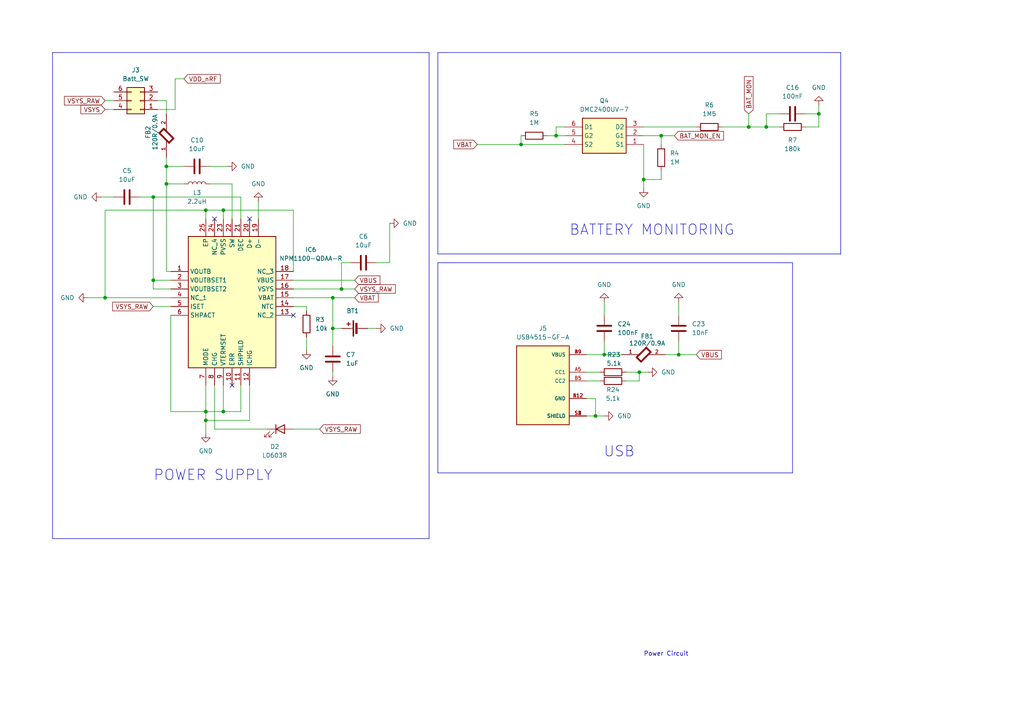
<source format=kicad_sch>
(kicad_sch (version 20231120) (generator "eeschema") (generator_version "8.0")
  (paper "A4")
  (lib_symbols
    (symbol "Connector_Generic:Conn_02x03_Top_Bottom" (pin_names (offset 1.016) hide)
      (property "Reference" "J" (at 1.27 5.08 0))
      (property "Value" "Conn_02x03_Top_Bottom" (at 1.27 -5.08 0))
      (symbol "Conn_02x03_Top_Bottom_1_1"
        (rectangle (start -1.27 -2.413) (end 0 -2.667) (stroke (width 0.1524)))
        (rectangle (start -1.27 0.127) (end 0 -0.127) (stroke (width 0.1524)))
        (rectangle (start -1.27 2.667) (end 0 2.413) (stroke (width 0.1524)))
        (rectangle (start -1.27 3.81) (end 3.81 -3.81) (stroke (width 0.254)) (fill (type background)))
        (rectangle (start 3.81 -2.413) (end 2.54 -2.667) (stroke (width 0.1524)))
        (rectangle (start 3.81 0.127) (end 2.54 -0.127) (stroke (width 0.1524)))
        (rectangle (start 3.81 2.667) (end 2.54 2.413) (stroke (width 0.1524)))
        (pin passive line (at -5.08 2.54 0) (length 3.81) (name "Pin_1") (number "1"))
        (pin passive line (at -5.08 0 0) (length 3.81) (name "Pin_2") (number "2"))
        (pin passive line (at -5.08 -2.54 0) (length 3.81) (name "Pin_3") (number "3"))
        (pin passive line (at 7.62 2.54 180) (length 3.81) (name "Pin_4") (number "4"))
        (pin passive line (at 7.62 0 180) (length 3.81) (name "Pin_5") (number "5"))
        (pin passive line (at 7.62 -2.54 180) (length 3.81) (name "Pin_6") (number "6"))
      )
    )
    (symbol "DMC2400UV:DMC2400UV"
      (property "Reference" "Q" (at 19.05 7.62 0))
      (property "Value" "DMC2400UV" (at 19.05 5.08 0))
      (symbol "DMC2400UV_1_1"
        (rectangle (start 5.08 2.54) (end 17.78 -7.62) (stroke (width 0.254)) (fill (type background)))
        (pin passive line (at 0 0 0) (length 5.08) (name "S1") (number "1"))
        (pin passive line (at 0 -2.54 0) (length 5.08) (name "G1") (number "2"))
        (pin passive line (at 0 -5.08 0) (length 5.08) (name "D2") (number "3"))
        (pin passive line (at 22.86 0 180) (length 5.08) (name "S2") (number "4"))
        (pin passive line (at 22.86 -2.54 180) (length 5.08) (name "G2") (number "5"))
        (pin passive line (at 22.86 -5.08 180) (length 5.08) (name "D1") (number "6"))
      )
    )
    (symbol "Device:Battery_Cell" (pin_numbers hide) (pin_names (offset 0) hide)
      (property "Reference" "BT" (at 2.54 2.54 0))
      (property "Value" "Battery_Cell" (at 2.54 0 0))
      (symbol "Battery_Cell_0_1"
        (rectangle (start -2.286 1.778) (end 2.286 1.524) (fill (type outline)))
        (rectangle (start -1.524 1.016) (end 1.524 0.508) (fill (type outline)))
        (polyline (pts (xy 0 0.762) (xy 0 0)))
        (polyline (pts (xy 0 1.778) (xy 0 2.54)))
        (polyline (pts (xy 0.762 3.048) (xy 1.778 3.048)) (stroke (width 0.254)))
        (polyline (pts (xy 1.27 3.556) (xy 1.27 2.54)) (stroke (width 0.254)))
      )
      (symbol "Battery_Cell_1_1"
        (pin passive line (at 0 5.08 270) (length 2.54) (name "+") (number "1"))
        (pin passive line (at 0 -2.54 90) (length 2.54) (name "-") (number "2"))
      )
    )
    (symbol "Device:C" (pin_numbers hide) (pin_names (offset 0.254))
      (property "Reference" "C" (at 0.635 2.54 0))
      (property "Value" "C" (at 0.635 -2.54 0))
      (symbol "C_0_1"
        (polyline (pts (xy -2.032 -0.762) (xy 2.032 -0.762)) (stroke (width 0.508)))
        (polyline (pts (xy -2.032 0.762) (xy 2.032 0.762)) (stroke (width 0.508)))
      )
      (symbol "C_1_1"
        (pin passive line (at 0 3.81 270) (length 2.794) (name "~") (number "1"))
        (pin passive line (at 0 -3.81 90) (length 2.794) (name "~") (number "2"))
      )
    )
    (symbol "Device:L" (pin_numbers hide) (pin_names (offset 1.016) hide)
      (property "Reference" "L" (at -1.27 0 90))
      (property "Value" "L" (at 1.905 0 90))
      (symbol "L_0_1"
        (arc (start 0 -2.54) (mid 0.6323 -1.905) (end 0 -1.27))
        (arc (start 0 -1.27) (mid 0.6323 -0.635) (end 0 0))
        (arc (start 0 0) (mid 0.6323 0.635) (end 0 1.27))
        (arc (start 0 1.27) (mid 0.6323 1.905) (end 0 2.54))
      )
      (symbol "L_1_1"
        (pin passive line (at 0 3.81 270) (length 1.27) (name "1") (number "1"))
        (pin passive line (at 0 -3.81 90) (length 1.27) (name "2") (number "2"))
      )
    )
    (symbol "Device:LED" (pin_numbers hide) (pin_names (offset 1.016) hide)
      (property "Reference" "D" (at 0 2.54 0))
      (property "Value" "LED" (at 0 -2.54 0))
      (symbol "LED_0_1"
        (polyline (pts (xy -1.27 -1.27) (xy -1.27 1.27)) (stroke (width 0.254)))
        (polyline (pts (xy -1.27 0) (xy 1.27 0)))
        (polyline (pts (xy 1.27 -1.27) (xy 1.27 1.27) (xy -1.27 0) (xy 1.27 -1.27)) (stroke (width 0.254)))
        (polyline (pts (xy -3.048 -0.762) (xy -4.572 -2.286) (xy -3.81 -2.286) (xy -4.572 -2.286) (xy -4.572 -1.524)))
        (polyline (pts (xy -1.778 -0.762) (xy -3.302 -2.286) (xy -2.54 -2.286) (xy -3.302 -2.286) (xy -3.302 -1.524)))
      )
      (symbol "LED_1_1"
        (pin passive line (at -3.81 0 0) (length 2.54) (name "K") (number "1"))
        (pin passive line (at 3.81 0 180) (length 2.54) (name "A") (number "2"))
      )
    )
    (symbol "Device:R" (pin_numbers hide) (pin_names (offset 0))
      (property "Reference" "R" (at 2.032 0 90))
      (property "Value" "R" (at 0 0 90))
      (symbol "R_0_1"
        (rectangle (start -1.016 -2.54) (end 1.016 2.54) (stroke (width 0.254)))
      )
      (symbol "R_1_1"
        (pin passive line (at 0 3.81 270) (length 1.27) (name "~") (number "1"))
        (pin passive line (at 0 -3.81 90) (length 1.27) (name "~") (number "2"))
      )
    )
    (symbol "GND_1" (power) (pin_numbers hide) (pin_names (offset 0) hide)
      (property "Value" "GND" (at 0 -3.81 0))
      (symbol "GND_1_0_1"
        (polyline (pts (xy 0 0) (xy 0 -1.27) (xy 1.27 -1.27) (xy 0 -2.54) (xy -1.27 -1.27) (xy 0 -1.27)))
      )
      (symbol "GND_1_1_1"
        (pin power_in line (at 0 0 270) (length 0) (name "~") (number "1"))
      )
    )
    (symbol "MURATA_BLM15PE121SH1D:MURATA_BLM15PE121SH1D" (pin_names (offset 1.016))
      (property "Reference" "FB1" (at 7.366 0.254 0))
      (property "Value" "120R/0.9A" (at 7.366 -1.778 0))
      (symbol "MURATA_BLM15PE121SH1D_0_0"
        (polyline (pts (xy 4.318 -5.842) (xy 7.112 -3.048)) (stroke (width 0.508)))
        (polyline (pts (xy 5.08 -5.08) (xy 5.08 -5.08)) (stroke (width 0.15)))
        (polyline (pts (xy 5.588 -7.112) (xy 4.318 -5.842)) (stroke (width 0.508)))
        (polyline (pts (xy 5.588 -7.112) (xy 8.382 -4.318)) (stroke (width 0.508)))
        (polyline (pts (xy 7.112 -3.048) (xy 8.382 -4.318)) (stroke (width 0.508)))
        (polyline (pts (xy 7.62 -5.08) (xy 7.62 -5.08)) (stroke (width 0.15)))
        (pin passive line (at 0 -5.08 0) (length 5.08) (name "~") (number "1"))
        (pin passive line (at 12.7 -5.08 180) (length 5.08) (name "~") (number "2"))
      )
    )
    (symbol "NPM1100-QDAA-R:NPM1100-QDAA-R"
      (property "Reference" "IC" (at 31.75 15.24 0))
      (property "Value" "NPM1100-QDAA-R" (at 31.75 12.7 0))
      (symbol "NPM1100-QDAA-R_1_1"
        (rectangle (start 5.08 10.16) (end 30.48 -27.94) (stroke (width 0.254)) (fill (type background)))
        (pin passive line (at 0 0 0) (length 5.08) (name "VOUTB") (number "1"))
        (pin passive line (at 17.78 -33.02 90) (length 5.08) (name "ERR") (number "10"))
        (pin passive line (at 20.32 -33.02 90) (length 5.08) (name "SHPHLD") (number "11"))
        (pin passive line (at 22.86 -33.02 90) (length 5.08) (name "ICHG") (number "12"))
        (pin passive line (at 35.56 -12.7 180) (length 5.08) (name "NC_2") (number "13"))
        (pin passive line (at 35.56 -10.16 180) (length 5.08) (name "NTC") (number "14"))
        (pin passive line (at 35.56 -7.62 180) (length 5.08) (name "VBAT") (number "15"))
        (pin passive line (at 35.56 -5.08 180) (length 5.08) (name "VSYS") (number "16"))
        (pin passive line (at 35.56 -2.54 180) (length 5.08) (name "VBUS") (number "17"))
        (pin passive line (at 35.56 0 180) (length 5.08) (name "NC_3") (number "18"))
        (pin passive line (at 25.4 15.24 270) (length 5.08) (name "D-") (number "19"))
        (pin passive line (at 0 -2.54 0) (length 5.08) (name "VOUTBSET1") (number "2"))
        (pin passive line (at 22.86 15.24 270) (length 5.08) (name "D+") (number "20"))
        (pin passive line (at 20.32 15.24 270) (length 5.08) (name "DEC") (number "21"))
        (pin passive line (at 17.78 15.24 270) (length 5.08) (name "SW") (number "22"))
        (pin passive line (at 15.24 15.24 270) (length 5.08) (name "PVSS") (number "23"))
        (pin passive line (at 12.7 15.24 270) (length 5.08) (name "NC_4") (number "24"))
        (pin passive line (at 10.16 15.24 270) (length 5.08) (name "EP") (number "25"))
        (pin passive line (at 0 -5.08 0) (length 5.08) (name "VOUTBSET2") (number "3"))
        (pin passive line (at 0 -7.62 0) (length 5.08) (name "NC_1") (number "4"))
        (pin passive line (at 0 -10.16 0) (length 5.08) (name "ISET") (number "5"))
        (pin passive line (at 0 -12.7 0) (length 5.08) (name "SHPACT") (number "6"))
        (pin passive line (at 10.16 -33.02 90) (length 5.08) (name "MODE") (number "7"))
        (pin passive line (at 12.7 -33.02 90) (length 5.08) (name "CHG") (number "8"))
        (pin passive line (at 15.24 -33.02 90) (length 5.08) (name "VTERMSET") (number "9"))
      )
    )
    (symbol "USB4515-GF-A_REVA:USB4515-GF-A_REVA" (pin_names (offset 1.016))
      (property "Reference" "J" (at -7.62 10.922 0))
      (property "Value" "USB4515-GF-A_REVA" (at -7.62 -13.462 0))
      (symbol "USB4515-GF-A_REVA_0_0"
        (rectangle (start -7.62 -12.7) (end 7.62 10.16) (stroke (width 0.254)) (fill (type background)))
        (pin power_in line (at 12.7 -5.08 180) (length 5.08) (name "GND") (number "A12"))
        (pin passive line (at 12.7 2.54 180) (length 5.08) (name "CC1") (number "A5"))
        (pin power_in line (at 12.7 7.62 180) (length 5.08) (name "VBUS") (number "A9"))
        (pin power_in line (at 12.7 -5.08 180) (length 5.08) (name "GND") (number "B12"))
        (pin passive line (at 12.7 0 180) (length 5.08) (name "CC2") (number "B5"))
        (pin power_in line (at 12.7 7.62 180) (length 5.08) (name "VBUS") (number "B9"))
        (pin power_in line (at 12.7 -10.16 180) (length 5.08) (name "SHIELD") (number "S1"))
        (pin power_in line (at 12.7 -10.16 180) (length 5.08) (name "SHIELD") (number "S2"))
        (pin power_in line (at 12.7 -10.16 180) (length 5.08) (name "SHIELD") (number "S3"))
        (pin power_in line (at 12.7 -10.16 180) (length 5.08) (name "SHIELD") (number "S4"))
      )
    )
  )
  (junction (at 99.06 83.82))
  (junction (at 172.72 120.65))
  (junction (at 237.49 33.02))
  (junction (at 175.26 102.87))
  (junction (at 48.26 48.26))
  (junction (at 161.29 39.37))
  (junction (at 44.45 81.28))
  (junction (at 64.77 60.96))
  (junction (at 186.69 52.07))
  (junction (at 59.69 60.96))
  (junction (at 44.45 57.15))
  (junction (at 191.77 39.37))
  (junction (at 59.69 121.92))
  (junction (at 96.52 86.36))
  (junction (at 217.17 36.83))
  (junction (at 48.26 53.34))
  (junction (at 30.48 86.36))
  (junction (at 64.77 119.38))
  (junction (at 151.13 41.91))
  (junction (at 59.69 119.38))
  (junction (at 96.52 95.25))
  (junction (at 185.42 107.95))
  (junction (at 196.85 102.87))
  (junction (at 222.25 36.83))
  (no_connect (at 72.39 63.5))
  (no_connect (at 67.31 111.76))
  (no_connect (at 62.23 63.5))
  (no_connect (at 85.09 91.44))
  (wire (pts (xy 88.9 97.79) (xy 88.9 101.6)))
  (wire (pts (xy 161.29 39.37) (xy 163.83 39.37)))
  (wire (pts (xy 99.06 76.2) (xy 101.6 76.2)))
  (wire (pts (xy 186.69 36.83) (xy 201.93 36.83)))
  (wire (pts (xy 237.49 30.48) (xy 237.49 33.02)))
  (wire (pts (xy 50.8 31.75) (xy 45.72 31.75)))
  (wire (pts (xy 196.85 99.06) (xy 196.85 102.87)))
  (wire (pts (xy 49.53 83.82) (xy 44.45 83.82)))
  (wire (pts (xy 48.26 45.72) (xy 48.26 48.26)))
  (wire (pts (xy 85.09 60.96) (xy 64.77 60.96)))
  (wire (pts (xy 191.77 39.37) (xy 186.69 39.37)))
  (wire (pts (xy 74.93 58.42) (xy 74.93 63.5)))
  (wire (pts (xy 217.17 33.02) (xy 217.17 36.83)))
  (wire (pts (xy 196.85 102.87) (xy 201.93 102.87)))
  (wire (pts (xy 186.69 41.91) (xy 186.69 52.07)))
  (wire (pts (xy 30.48 29.21) (xy 33.02 29.21)))
  (wire (pts (xy 44.45 88.9) (xy 49.53 88.9)))
  (wire (pts (xy 30.48 86.36) (xy 25.4 86.36)))
  (wire (pts (xy 48.26 53.34) (xy 48.26 78.74)))
  (wire (pts (xy 33.02 31.75) (xy 30.48 31.75)))
  (polyline (pts (xy 229.87 137.16) (xy 229.87 76.2)))
  (wire (pts (xy 85.09 78.74) (xy 85.09 60.96)))
  (wire (pts (xy 40.64 57.15) (xy 44.45 57.15)))
  (wire (pts (xy 64.77 111.76) (xy 64.77 119.38)))
  (wire (pts (xy 96.52 86.36) (xy 96.52 95.25)))
  (wire (pts (xy 151.13 41.91) (xy 151.13 39.37)))
  (wire (pts (xy 69.85 119.38) (xy 64.77 119.38)))
  (wire (pts (xy 49.53 91.44) (xy 49.53 119.38)))
  (wire (pts (xy 163.83 36.83) (xy 161.29 36.83)))
  (wire (pts (xy 175.26 102.87) (xy 180.34 102.87)))
  (wire (pts (xy 175.26 87.63) (xy 175.26 91.44)))
  (wire (pts (xy 172.72 120.65) (xy 170.18 120.65)))
  (wire (pts (xy 99.06 83.82) (xy 102.87 83.82)))
  (wire (pts (xy 62.23 124.46) (xy 62.23 111.76)))
  (wire (pts (xy 196.85 87.63) (xy 196.85 91.44)))
  (wire (pts (xy 186.69 52.07) (xy 191.77 52.07)))
  (polyline (pts (xy 127 15.24) (xy 127 73.66)))
  (wire (pts (xy 181.61 107.95) (xy 185.42 107.95)))
  (wire (pts (xy 50.8 22.86) (xy 50.8 31.75)))
  (wire (pts (xy 96.52 95.25) (xy 96.52 100.33)))
  (wire (pts (xy 85.09 86.36) (xy 96.52 86.36)))
  (wire (pts (xy 59.69 63.5) (xy 59.69 60.96)))
  (wire (pts (xy 222.25 36.83) (xy 222.25 33.02)))
  (wire (pts (xy 170.18 102.87) (xy 175.26 102.87)))
  (wire (pts (xy 186.69 54.61) (xy 186.69 52.07)))
  (wire (pts (xy 85.09 124.46) (xy 92.71 124.46)))
  (wire (pts (xy 175.26 120.65) (xy 172.72 120.65)))
  (wire (pts (xy 185.42 107.95) (xy 185.42 110.49)))
  (wire (pts (xy 64.77 60.96) (xy 59.69 60.96)))
  (wire (pts (xy 59.69 111.76) (xy 59.69 119.38)))
  (wire (pts (xy 48.26 48.26) (xy 53.34 48.26)))
  (wire (pts (xy 175.26 99.06) (xy 175.26 102.87)))
  (wire (pts (xy 49.53 81.28) (xy 44.45 81.28)))
  (wire (pts (xy 48.26 48.26) (xy 48.26 53.34)))
  (wire (pts (xy 237.49 33.02) (xy 237.49 36.83)))
  (wire (pts (xy 44.45 57.15) (xy 69.85 57.15)))
  (wire (pts (xy 99.06 76.2) (xy 99.06 83.82)))
  (wire (pts (xy 172.72 115.57) (xy 172.72 120.65)))
  (wire (pts (xy 222.25 36.83) (xy 226.06 36.83)))
  (wire (pts (xy 195.58 39.37) (xy 191.77 39.37)))
  (wire (pts (xy 96.52 107.95) (xy 96.52 109.22)))
  (wire (pts (xy 161.29 36.83) (xy 161.29 39.37)))
  (wire (pts (xy 59.69 119.38) (xy 59.69 121.92)))
  (wire (pts (xy 170.18 110.49) (xy 173.99 110.49)))
  (wire (pts (xy 233.68 33.02) (xy 237.49 33.02)))
  (polyline (pts (xy 243.84 15.24) (xy 127 15.24)))
  (wire (pts (xy 49.53 86.36) (xy 30.48 86.36)))
  (wire (pts (xy 60.96 53.34) (xy 67.31 53.34)))
  (wire (pts (xy 191.77 41.91) (xy 191.77 39.37)))
  (wire (pts (xy 48.26 53.34) (xy 53.34 53.34)))
  (polyline (pts (xy 15.24 15.24) (xy 15.24 156.21)))
  (polyline (pts (xy 124.46 15.24) (xy 15.24 15.24)))
  (wire (pts (xy 67.31 63.5) (xy 67.31 53.34)))
  (wire (pts (xy 85.09 83.82) (xy 99.06 83.82)))
  (polyline (pts (xy 243.84 73.66) (xy 243.84 15.24)))
  (wire (pts (xy 170.18 115.57) (xy 172.72 115.57)))
  (wire (pts (xy 49.53 78.74) (xy 48.26 78.74)))
  (wire (pts (xy 60.96 48.26) (xy 66.04 48.26)))
  (wire (pts (xy 29.21 57.15) (xy 33.02 57.15)))
  (wire (pts (xy 85.09 81.28) (xy 102.87 81.28)))
  (polyline (pts (xy 127 137.16) (xy 229.87 137.16)))
  (polyline (pts (xy 15.24 156.21) (xy 124.46 156.21)))
  (wire (pts (xy 181.61 110.49) (xy 185.42 110.49)))
  (wire (pts (xy 151.13 41.91) (xy 163.83 41.91)))
  (wire (pts (xy 109.22 76.2) (xy 113.03 76.2)))
  (wire (pts (xy 106.68 95.25) (xy 109.22 95.25)))
  (wire (pts (xy 64.77 63.5) (xy 64.77 60.96)))
  (wire (pts (xy 30.48 60.96) (xy 30.48 86.36)))
  (wire (pts (xy 59.69 121.92) (xy 72.39 121.92)))
  (wire (pts (xy 48.26 29.21) (xy 48.26 33.02)))
  (wire (pts (xy 72.39 111.76) (xy 72.39 121.92)))
  (wire (pts (xy 44.45 57.15) (xy 44.45 81.28)))
  (polyline (pts (xy 127 76.2) (xy 127 137.16)))
  (wire (pts (xy 59.69 121.92) (xy 59.69 125.73)))
  (wire (pts (xy 113.03 76.2) (xy 113.03 64.77)))
  (wire (pts (xy 158.75 39.37) (xy 161.29 39.37)))
  (wire (pts (xy 193.04 102.87) (xy 196.85 102.87)))
  (wire (pts (xy 96.52 86.36) (xy 102.87 86.36)))
  (wire (pts (xy 59.69 60.96) (xy 30.48 60.96)))
  (wire (pts (xy 44.45 83.82) (xy 44.45 81.28)))
  (wire (pts (xy 64.77 119.38) (xy 59.69 119.38)))
  (wire (pts (xy 237.49 36.83) (xy 233.68 36.83)))
  (wire (pts (xy 50.8 22.86) (xy 53.34 22.86)))
  (wire (pts (xy 185.42 107.95) (xy 187.96 107.95)))
  (wire (pts (xy 49.53 119.38) (xy 59.69 119.38)))
  (wire (pts (xy 96.52 95.25) (xy 99.06 95.25)))
  (wire (pts (xy 191.77 52.07) (xy 191.77 49.53)))
  (wire (pts (xy 77.47 124.46) (xy 62.23 124.46)))
  (wire (pts (xy 69.85 57.15) (xy 69.85 63.5)))
  (wire (pts (xy 138.43 41.91) (xy 151.13 41.91)))
  (wire (pts (xy 48.26 29.21) (xy 45.72 29.21)))
  (wire (pts (xy 222.25 33.02) (xy 226.06 33.02)))
  (wire (pts (xy 88.9 88.9) (xy 88.9 90.17)))
  (polyline (pts (xy 127 73.66) (xy 243.84 73.66)))
  (wire (pts (xy 69.85 111.76) (xy 69.85 119.38)))
  (wire (pts (xy 85.09 88.9) (xy 88.9 88.9)))
  (polyline (pts (xy 124.46 156.21) (xy 124.46 15.24)))
  (wire (pts (xy 170.18 107.95) (xy 173.99 107.95)))
  (wire (pts (xy 209.55 36.83) (xy 217.17 36.83)))
  (wire (pts (xy 222.25 36.83) (xy 217.17 36.83)))
  (polyline (pts (xy 229.87 76.2) (xy 127 76.2)))
  (text "Power Circuit\n" (at 186.69 190.5 0) (effects (font (size 1.27 1.27)) (justify left bottom)))
  (text "POWER SUPPLY" (at 44.45 139.7 0) (effects (font (size 2.9972 2.9972)) (justify left bottom)))
  (text "BATTERY MONITORING" (at 165.1 68.58 0) (effects (font (size 2.9972 2.9972)) (justify left bottom)))
  (text "USB" (at 175.006 132.842 0) (effects (font (size 2.9972 2.9972)) (justify left bottom)))
  (global_label "VSYS" (shape input) (at 30.48 31.75 180) (property "Intersheetrefs" "${INTERSHEET_REFS}" (effects (hide yes))))
  (global_label "VSYS_RAW" (shape input) (at 102.87 83.82 0) (property "Intersheetrefs" "${INTERSHEET_REFS}" (effects (hide yes))))
  (global_label "VSYS_RAW" (shape input) (at 92.71 124.46 0) (property "Intersheetrefs" "${INTERSHEET_REFS}" (effects (hide yes))))
  (global_label "VSYS_RAW" (shape input) (at 30.48 29.21 180) (property "Intersheetrefs" "${INTERSHEET_REFS}" (effects (hide yes))))
  (global_label "VDD_nRF" (shape input) (at 53.34 22.86 0) (property "Intersheetrefs" "${INTERSHEET_REFS}" (effects (hide yes))))
  (global_label "BAT_MON" (shape input) (at 217.17 33.02 90) (property "Intersheetrefs" "${INTERSHEET_REFS}" (effects (hide yes))))
  (global_label "VBAT" (shape input) (at 138.43 41.91 180) (property "Intersheetrefs" "${INTERSHEET_REFS}" (effects (hide yes))))
  (global_label "VBAT" (shape input) (at 102.87 86.36 0) (property "Intersheetrefs" "${INTERSHEET_REFS}" (effects (hide yes))))
  (global_label "VBUS" (shape input) (at 201.93 102.87 0) (property "Intersheetrefs" "${INTERSHEET_REFS}" (effects (hide yes))))
  (global_label "VSYS_RAW" (shape input) (at 44.45 88.9 180) (property "Intersheetrefs" "${INTERSHEET_REFS}" (effects (hide yes))))
  (global_label "VBUS" (shape input) (at 102.87 81.28 0) (property "Intersheetrefs" "${INTERSHEET_REFS}" (effects (hide yes))))
  (global_label "BAT_MON_EN" (shape input) (at 195.58 39.37 0) (property "Intersheetrefs" "${INTERSHEET_REFS}" (effects (hide yes))))
  (symbol (lib_id "Device:C") (at 229.87 33.02 90) (unit 1)
    (property "Reference" "C16" (at 229.87 25.4 90))
    (property "Value" "100nF" (at 229.87 27.94 90))
    (property "Footprint" "Capacitor_SMD:C_0402_1005Metric" (effects (hide yes)))
    (property "Description" "16V 100nF X7R ±10% 0402  Multilayer Ceramic Capacitors MLCC - SMD/SMT ROHS" (effects (hide yes)))
    (property "Manufacturer_Part_Number" "CL05B104KO5NNNC" (effects (hide yes)))
    (property "Type" "Surface Mount " (effects (hide yes)))
    (property "MANUFACTURER" "Samsung Electro-Mechanics" (effects (hide yes)))
    (property "Package" "0402 (1005 Metric)" (effects (hide yes)))
  )
  (symbol (lib_id "Device:C") (at 36.83 57.15 90) (unit 1)
    (property "Reference" "C5" (at 36.83 49.53 90))
    (property "Value" "10uF" (at 36.83 52.07 90))
    (property "Footprint" "Capacitor_SMD:C_0402_1005Metric" (effects (hide yes)))
    (property "Description" "6.3V 10uF X6S ±20% 0402  Multilayer Ceramic Capacitors MLCC - SMD/SMT ROHS" (effects (hide yes)))
    (property "Manufacturer_Part_Number" "GRM155C80J106ME11D" (effects (hide yes)))
    (property "Type" "Surface Mount " (effects (hide yes)))
    (property "MANUFACTURER" "Murata Electronics" (effects (hide yes)))
    (property "Package" "0402 (1005 Metric)" (effects (hide yes)))
  )
  (symbol (lib_id "Device:R") (at 205.74 36.83 270) (unit 1)
    (property "Reference" "R6" (at 205.74 30.48 90))
    (property "Value" "1M5" (at 205.74 33.02 90))
    (property "Footprint" "Resistor_SMD:R_0402_1005Metric" (effects (hide yes)))
    (property "Description" "62.5mW Thick Film Resistors 50V ±100ppm/℃ ±1% 1.5MΩ 0402  Chip Resistor - Surface Mount ROHS" (effects (hide yes)))
    (property "Type" "Surface Mount " (effects (hide yes)))
    (property "Package" "0402 (1005 Metric)" (effects (hide yes)))
    (property "MANUFACTURER" "YAGEO" (effects (hide yes)))
    (property "Manufacturer_Part_Number" "RC0402FR-071M5L" (effects (hide yes)))
  )
  (symbol (lib_id "Device:Battery_Cell") (at 104.14 95.25 90) (unit 1) (in_bom no)
    (property "Reference" "BT1" (at 102.2985 90.17 90))
    (property "Value" "BT1" (effects (hide yes)))
    (property "Footprint" "Connector_PinHeader_1.27mm:PinHeader_1x02_P1.27mm_Vertical" (effects (hide yes)))
  )
  (symbol (lib_id "MURATA_BLM15PE121SH1D:MURATA_BLM15PE121SH1D") (at 43.18 45.72 90) (unit 1)
    (property "Reference" "FB2" (at 42.926 38.354 0))
    (property "Value" "120R/0.9A" (at 44.958 38.354 0))
    (property "Footprint" "MURATA_BLM15PE121SH1D:MURATA_BLM15PE121SH1D_0" (effects (hide yes)))
    (property "Description" "FERRITE BEAD" (effects (hide yes)))
    (property "DigiKey_Part_Number" "490-BLM15PE121SH1DTR-ND" (effects (hide yes)))
    (property "MF" "Murata Electronics" (effects (hide yes)))
    (property "Purchase-URL" "https://www.snapeda.com/api/url_track_click_mouser/?unipart_id=6225287&manufacturer=Murata Electronics&part_name=BLM15PE121SH1D&search_term=blm15pe121sh1d" (effects (hide yes)))
    (property "Package" "0402 (1005 Metric) " (effects (hide yes)))
    (property "SnapEDA_Link" "https://www.snapeda.com/parts/BLM15PE121SH1D/Murata/view-part/?ref=snap" (effects (hide yes)))
    (property "MP" "BLM15PE121SH1D" (effects (hide yes)))
    (property "Description_1" "\n120 Ohms @ 100 MHz 1 Power Line Ferrite Bead 0402 (1005 Metric) 1.5A 90mOhm\n" (effects (hide yes)))
    (property "Check_prices" "https://www.snapeda.com/parts/BLM15PE121SH1D/Murata/view-part/?ref=eda" (effects (hide yes)))
    (property "Type" "Surface Mount " (effects (hide yes)))
    (property "MANUFACTURER" "Murata Electronics " (effects (hide yes)))
    (property "Manufacturer_Part_Number" "BLM15PE121SH1D" (effects (hide yes)))
  )
  (symbol (lib_id "Device:C") (at 105.41 76.2 90) (unit 1)
    (property "Reference" "C6" (at 105.41 68.58 90))
    (property "Value" "10uF" (at 105.41 71.12 90))
    (property "Footprint" "Capacitor_SMD:C_0402_1005Metric" (effects (hide yes)))
    (property "Description" "6.3V 10uF X6S ±20% 0402  Multilayer Ceramic Capacitors MLCC - SMD/SMT ROHS" (effects (hide yes)))
    (property "Manufacturer_Part_Number" "GRM155C80J106ME11D" (effects (hide yes)))
    (property "Type" "Surface Mount " (effects (hide yes)))
    (property "MANUFACTURER" "Murata Electronics" (effects (hide yes)))
    (property "Package" "0402 (1005 Metric)" (effects (hide yes)))
  )
  (symbol (lib_name "GND_1") (lib_id "power:GND") (at 175.26 120.65 90) (unit 1)
    (property "Reference" "#PWR014" (effects (hide yes)))
    (property "Value" "GND" (at 179.07 120.6499 90) (effects (justify right)))
    (property "Description" "Power symbol creates a global label with name \"GND\" , ground" (effects (hide yes)))
  )
  (symbol (lib_id "Device:R") (at 177.8 110.49 90) (unit 1)
    (property "Reference" "R24" (at 177.8 113.03 90))
    (property "Value" "5.1k" (at 177.8 115.57 90))
    (property "Footprint" "Resistor_SMD:R_0402_1005Metric" (effects (hide yes)))
    (property "Description" "Fixed Resistor, Metal Glaze/thick Film, 0.0625W, 5.1k ohm, 50V, 1% +/-Tol, 100ppm/Cel" (effects (hide yes)))
    (property "Type" "Surface Mount " (effects (hide yes)))
    (property "Package" "0402 (1005 Metric)" (effects (hide yes)))
    (property "MANUFACTURER" "TA-I Tech" (effects (hide yes)))
    (property "Manufacturer_Part_Number" "RM04FTN5101" (effects (hide yes)))
  )
  (symbol (lib_id "Device:LED") (at 81.28 124.46 0) (unit 1)
    (property "Reference" "D2" (at 79.6925 129.54 0))
    (property "Value" "L0603R" (at 79.6925 132.08 0))
    (property "Footprint" "LED_SMD:LED_0603_1608Metric" (effects (hide yes)))
    (property "Description" "Red Light-emitting diode " (effects (hide yes)))
    (property "Type" "Surface Mount " (effects (hide yes)))
    (property "Manufacturer_Part_Number" "BL-HUF36A-AV-TRB" (effects (hide yes)))
    (property "MANUFACTURER" "BRIGHT LED" (effects (hide yes)))
    (property "Package" "0603 (1608 Metric)" (effects (hide yes)))
  )
  (symbol (lib_id "Device:C") (at 57.15 48.26 90) (unit 1)
    (property "Reference" "C10" (at 57.15 40.64 90))
    (property "Value" "10uF" (at 57.15 43.18 90))
    (property "Footprint" "Capacitor_SMD:C_0402_1005Metric" (effects (hide yes)))
    (property "Description" "6.3V 10uF X6S ±20% 0402  Multilayer Ceramic Capacitors MLCC - SMD/SMT ROHS" (effects (hide yes)))
    (property "Manufacturer_Part_Number" "GRM155C80J106ME11D" (effects (hide yes)))
    (property "Type" "Surface Mount " (effects (hide yes)))
    (property "MANUFACTURER" "Murata Electronics" (effects (hide yes)))
    (property "Package" "0402 (1005 Metric)" (effects (hide yes)))
  )
  (symbol (lib_name "GND_1") (lib_id "power:GND") (at 109.22 95.25 90) (unit 1)
    (property "Reference" "#PWR016" (effects (hide yes)))
    (property "Value" "GND" (at 113.03 95.2499 90) (effects (justify right)))
    (property "Description" "Power symbol creates a global label with name \"GND\" , ground" (effects (hide yes)))
  )
  (symbol (lib_name "GND_1") (lib_id "power:GND") (at 29.21 57.15 270) (unit 1)
    (property "Reference" "#PWR09" (effects (hide yes)))
    (property "Value" "GND" (at 25.4 57.1499 90) (effects (justify right)))
    (property "Description" "Power symbol creates a global label with name \"GND\" , ground" (effects (hide yes)))
  )
  (symbol (lib_id "Device:R") (at 177.8 107.95 90) (unit 1)
    (property "Reference" "R23" (at 178.054 102.87 90))
    (property "Value" "5.1k" (at 178.054 105.41 90))
    (property "Footprint" "Resistor_SMD:R_0402_1005Metric" (effects (hide yes)))
    (property "Description" "Fixed Resistor, Metal Glaze/thick Film, 0.0625W, 5.1k ohm, 50V, 1% +/-Tol, 100ppm/Cel" (effects (hide yes)))
    (property "Type" "Surface Mount " (effects (hide yes)))
    (property "Package" "0402 (1005 Metric)" (effects (hide yes)))
    (property "MANUFACTURER" "TA-I Tech" (effects (hide yes)))
    (property "Manufacturer_Part_Number" "RM04FTN5101" (effects (hide yes)))
  )
  (symbol (lib_name "GND_1") (lib_id "power:GND") (at 187.96 107.95 90) (unit 1)
    (property "Reference" "#PWR043" (effects (hide yes)))
    (property "Value" "GND" (at 191.77 107.9499 90) (effects (justify right)))
    (property "Description" "Power symbol creates a global label with name \"GND\" , ground" (effects (hide yes)))
  )
  (symbol (lib_name "GND_1") (lib_id "power:GND") (at 25.4 86.36 270) (unit 1)
    (property "Reference" "#PWR06" (effects (hide yes)))
    (property "Value" "GND" (at 21.59 86.3599 90) (effects (justify right)))
    (property "Description" "Power symbol creates a global label with name \"GND\" , ground" (effects (hide yes)))
  )
  (symbol (lib_id "Connector_Generic:Conn_02x03_Top_Bottom") (at 40.64 29.21 180) (unit 1) (in_bom no)
    (property "Reference" "J3" (at 39.37 20.32 0))
    (property "Value" "Batt_SW" (at 39.37 22.86 0))
    (property "Footprint" "HHS:MSL-1C2P" (effects (hide yes)))
  )
  (symbol (lib_name "GND_1") (lib_id "power:GND") (at 237.49 30.48 180) (unit 1)
    (property "Reference" "#PWR017" (effects (hide yes)))
    (property "Value" "GND" (at 237.49 25.4 0))
    (property "Description" "Power symbol creates a global label with name \"GND\" , ground" (effects (hide yes)))
  )
  (symbol (lib_id "Device:R") (at 229.87 36.83 270) (unit 1)
    (property "Reference" "R7" (at 229.87 40.64 90))
    (property "Value" "180k" (at 229.87 43.18 90))
    (property "Footprint" "Resistor_SMD:R_0402_1005Metric" (effects (hide yes)))
    (property "Description" "Fixed Resistor, Metal Glaze/thick Film, 0.0625W, 180k ohm, 50V, 1% +/-Tol, 100ppm/Cel" (effects (hide yes)))
    (property "Type" "Surface Mount " (effects (hide yes)))
    (property "Package" "0402 (1005 Metric)" (effects (hide yes)))
    (property "MANUFACTURER" "TA-I Tech" (effects (hide yes)))
    (property "Manufacturer_Part_Number" "RM04FTN1803" (effects (hide yes)))
  )
  (symbol (lib_id "MURATA_BLM15PE121SH1D:MURATA_BLM15PE121SH1D") (at 180.34 97.79 0) (unit 1)
    (property "Reference" "FB1" (at 187.706 97.536 0))
    (property "Value" "120R/0.9A" (at 187.706 99.568 0))
    (property "Footprint" "MURATA_BLM15PE121SH1D:MURATA_BLM15PE121SH1D_0" (effects (hide yes)))
    (property "Description" "FERRITE BEAD" (effects (hide yes)))
    (property "DigiKey_Part_Number" "490-BLM15PE121SH1DTR-ND" (effects (hide yes)))
    (property "MF" "Murata Electronics" (effects (hide yes)))
    (property "Purchase-URL" "https://www.snapeda.com/api/url_track_click_mouser/?unipart_id=6225287&manufacturer=Murata Electronics&part_name=BLM15PE121SH1D&search_term=blm15pe121sh1d" (effects (hide yes)))
    (property "Package" "0402 (1005 Metric) " (effects (hide yes)))
    (property "SnapEDA_Link" "https://www.snapeda.com/parts/BLM15PE121SH1D/Murata/view-part/?ref=snap" (effects (hide yes)))
    (property "MP" "BLM15PE121SH1D" (effects (hide yes)))
    (property "Description_1" "\n120 Ohms @ 100 MHz 1 Power Line Ferrite Bead 0402 (1005 Metric) 1.5A 90mOhm\n" (effects (hide yes)))
    (property "Check_prices" "https://www.snapeda.com/parts/BLM15PE121SH1D/Murata/view-part/?ref=eda" (effects (hide yes)))
    (property "Type" "Surface Mount " (effects (hide yes)))
    (property "MANUFACTURER" "Murata Electronics " (effects (hide yes)))
    (property "Manufacturer_Part_Number" "BLM15PE121SH1D" (effects (hide yes)))
  )
  (symbol (lib_id "NPM1100-QDAA-R:NPM1100-QDAA-R") (at 49.53 78.74 0) (unit 1)
    (property "Reference" "IC6" (at 90.17 72.4214 0))
    (property "Value" "NPM1100-QDAA-R" (at 90.17 74.9614 0))
    (property "Footprint" "NPM1100-QDAA-R:QFN50P400X400X90-25N-D" (effects (hide yes)))
    (property "Datasheet" "https://www.mouser.com/datasheet/2/297/nPM1100_PS_v1_3-3114436.pdf" (effects (hide yes)))
    (property "Description" "Lithium-Ion/Polymer Battery Management ROHS " (effects (hide yes)))
    (property "Height" "0.9" (effects (hide yes)))
    (property "Manufacturer_Name" "Nordic Semiconductor" (effects (hide yes)))
    (property "Manufacturer_Part_Number" "NPM1100-QDAA-R" (effects (hide yes)))
    (property "Mouser Part Number" "949-NPM1100-QDAA-R" (effects (hide yes)))
    (property "Mouser Price/Stock" "https://www.mouser.co.uk/ProductDetail/Nordic-Semiconductor/NPM1100-QDAA-R?qs=amGC7iS6iy9SVRzpFaPmEA%3D%3D" (effects (hide yes)))
    (property "Type" "Surface Mount " (effects (hide yes)))
    (property "MANUFACTURER" "NORDIC SEMICONDUCTOR" (effects (hide yes)))
    (property "Package" "QFN-24(4x4)" (effects (hide yes)))
  )
  (symbol (lib_name "GND_1") (lib_id "power:GND") (at 186.69 54.61 0) (unit 1)
    (property "Reference" "#PWR012" (effects (hide yes)))
    (property "Value" "GND" (at 186.69 59.69 0))
    (property "Description" "Power symbol creates a global label with name \"GND\" , ground" (effects (hide yes)))
  )
  (symbol (lib_id "USB4515-GF-A_REVA:USB4515-GF-A_REVA") (at 157.48 110.49 0) (unit 1)
    (property "Reference" "J5" (at 157.48 95.25 0))
    (property "Value" "USB4515-GF-A" (at 157.48 97.79 0))
    (property "Footprint" "USB4515-GF-A_REVA:GCT_USB4515-GF-A_REVA" (effects (hide yes)))
    (property "Description" "USB Connectors USB C Rec 6P SMT Mid Mnt 1.6mm" (effects (hide yes)))
    (property "MF" "Global Connector Technology" (effects (hide yes)))
    (property "MAXIMUM_PACKAGE_HEIGHT" "3.16 mm" (effects (hide yes)))
    (property "Package" "SMD-4" (effects (hide yes)))
    (property "Price" "None" (effects (hide yes)))
    (property "Check_prices" "https://www.snapeda.com/parts/USB4515-GF-A/Global+Connector+Technology/view-part/?ref=eda" (effects (hide yes)))
    (property "STANDARD" "Manufacturer Recommendations" (effects (hide yes)))
    (property "PARTREV" "A" (effects (hide yes)))
    (property "SnapEDA_Link" "https://www.snapeda.com/parts/USB4515-GF-A/Global+Connector+Technology/view-part/?ref=snap" (effects (hide yes)))
    (property "MP" "USB4515-GF-A" (effects (hide yes)))
    (property "Availability" "In Stock" (effects (hide yes)))
    (property "MANUFACTURER" "Global Connector Technology" (effects (hide yes)))
    (property "Manufacturer_Part_Number" "USB4515-GF-A" (effects (hide yes)))
    (property "Type" "Surface Mount " (effects (hide yes)))
  )
  (symbol (lib_id "Device:C") (at 196.85 95.25 0) (unit 1)
    (property "Reference" "C23" (at 200.66 93.9799 0) (effects (justify left)))
    (property "Value" "10nF" (at 200.66 96.5199 0) (effects (justify left)))
    (property "Footprint" "Capacitor_SMD:C_0402_1005Metric" (effects (hide yes)))
    (property "Description" "50V 10nF X7R ±10% 0402  Multilayer Ceramic Capacitors MLCC - SMD/SMT ROHS" (effects (hide yes)))
    (property "Type" "Surface Mount " (effects (hide yes)))
    (property "MANUFACTURER" "Samsung Electro-Mechanics" (effects (hide yes)))
    (property "Manufacturer_Part_Number" "CL05B103KB5NNNC" (effects (hide yes)))
    (property "Package" "0402 (1005 Metric)" (effects (hide yes)))
  )
  (symbol (lib_name "GND_1") (lib_id "power:GND") (at 74.93 58.42 180) (unit 1)
    (property "Reference" "#PWR013" (effects (hide yes)))
    (property "Value" "GND" (at 74.93 53.34 0))
    (property "Description" "Power symbol creates a global label with name \"GND\" , ground" (effects (hide yes)))
  )
  (symbol (lib_name "GND_1") (lib_id "power:GND") (at 88.9 101.6 0) (unit 1)
    (property "Reference" "#PWR015" (effects (hide yes)))
    (property "Value" "GND" (at 88.9 106.68 0))
    (property "Description" "Power symbol creates a global label with name \"GND\" , ground" (effects (hide yes)))
  )
  (symbol (lib_name "GND_1") (lib_id "power:GND") (at 59.69 125.73 0) (unit 1)
    (property "Reference" "#PWR011" (effects (hide yes)))
    (property "Value" "GND" (at 59.69 130.81 0))
    (property "Description" "Power symbol creates a global label with name \"GND\" , ground" (effects (hide yes)))
  )
  (symbol (lib_id "Device:R") (at 191.77 45.72 0) (unit 1)
    (property "Reference" "R4" (at 194.31 44.4499 0) (effects (justify left)))
    (property "Value" "1M" (at 194.31 46.9899 0) (effects (justify left)))
    (property "Footprint" "Resistor_SMD:R_0402_1005Metric" (effects (hide yes)))
    (property "Description" "62.5mW Thick Film Resistors 50V ±100ppm/℃ ±1% 1MΩ 0402  Chip Resistor - Surface Mount ROHS" (effects (hide yes)))
    (property "Type" "Surface Mount " (effects (hide yes)))
    (property "MANUFACTURER" "YAGEO" (effects (hide yes)))
    (property "Manufacturer_Part_Number" "RC0402FR-071ML" (effects (hide yes)))
    (property "Package" "0402 (1005 Metric)" (effects (hide yes)))
  )
  (symbol (lib_name "GND_1") (lib_id "power:GND") (at 113.03 64.77 90) (unit 1)
    (property "Reference" "#PWR034" (effects (hide yes)))
    (property "Value" "GND" (at 116.84 64.7699 90) (effects (justify right)))
    (property "Description" "Power symbol creates a global label with name \"GND\" , ground" (effects (hide yes)))
  )
  (symbol (lib_id "Device:C") (at 96.52 104.14 180) (unit 1)
    (property "Reference" "C7" (at 100.33 102.8699 0) (effects (justify right)))
    (property "Value" "1uF" (at 100.33 105.4099 0) (effects (justify right)))
    (property "Footprint" "Capacitor_SMD:C_0402_1005Metric" (effects (hide yes)))
    (property "Description" "10V 1uF X7S 0402  Multilayer Ceramic Capacitors MLCC - SMD/SMT ROHS" (effects (hide yes)))
    (property "Manufacturer_Part_Number" "GRM155C71A105ME11D" (effects (hide yes)))
    (property "Type" "Surface Mount " (effects (hide yes)))
    (property "MANUFACTURER" "Murata Electronics" (effects (hide yes)))
    (property "Package" "0402 (1005 Metric)" (effects (hide yes)))
  )
  (symbol (lib_name "GND_1") (lib_id "power:GND") (at 66.04 48.26 90) (unit 1)
    (property "Reference" "#PWR010" (effects (hide yes)))
    (property "Value" "GND" (at 69.85 48.2599 90) (effects (justify right)))
    (property "Description" "Power symbol creates a global label with name \"GND\" , ground" (effects (hide yes)))
  )
  (symbol (lib_id "DMC2400UV:DMC2400UV") (at 186.69 41.91 180) (unit 1)
    (property "Reference" "Q4" (at 175.26 29.21 0))
    (property "Value" "DMC2400UV-7" (at 175.26 31.75 0))
    (property "Footprint" "DMC2400UV:SOTFL50P162X60-6N" (effects (hide yes)))
    (property "Datasheet" "https://www.diodes.com/assets/Datasheets/DMC2400UV.pdf" (effects (hide yes)))
    (property "Description" "20V 480mΩ@200mA,5V 450mW 900mV@250uA 1PCSNChannel+1PCSPChannel SOT-563  MOSFETs ROHS" (effects (hide yes)))
    (property "Height" "0.6" (effects (hide yes)))
    (property "Manufacturer_Name" "Diodes Inc." (effects (hide yes)))
    (property "Manufacturer_Part_Number" "DMC2400UV-7" (effects (hide yes)))
    (property "Mouser Part Number" "N/A" (effects (hide yes)))
    (property "Mouser Price/Stock" "https://www.mouser.co.uk/ProductDetail/Diodes-Incorporated/DMC2400UV?qs=Wj%2FVkw3K%252BMA7RIsKQCzONw%3D%3D" (effects (hide yes)))
    (property "Type" "Surface Mount " (effects (hide yes)))
    (property "MANUFACTURER" "Diodes Incorporated " (effects (hide yes)))
    (property "Package" "SOT-563" (effects (hide yes)))
  )
  (symbol (lib_id "Device:R") (at 154.94 39.37 90) (unit 1)
    (property "Reference" "R5" (at 154.94 33.02 90))
    (property "Value" "1M" (at 154.94 35.56 90))
    (property "Footprint" "Resistor_SMD:R_0402_1005Metric" (effects (hide yes)))
    (property "Description" "62.5mW Thick Film Resistors 50V ±100ppm/℃ ±1% 1MΩ 0402  Chip Resistor - Surface Mount ROHS" (effects (hide yes)))
    (property "Type" "Surface Mount " (effects (hide yes)))
    (property "MANUFACTURER" "YAGEO" (effects (hide yes)))
    (property "Manufacturer_Part_Number" "RC0402FR-071ML" (effects (hide yes)))
    (property "Package" "0402 (1005 Metric)" (effects (hide yes)))
  )
  (symbol (lib_id "Device:R") (at 88.9 93.98 180) (unit 1)
    (property "Reference" "R3" (at 91.44 92.7099 0) (effects (justify right)))
    (property "Value" "10k" (at 91.44 95.2499 0) (effects (justify right)))
    (property "Footprint" "Resistor_SMD:R_0402_1005Metric" (effects (hide yes)))
    (property "Description" "Fixed Resistor, Metal Glaze/thick Film, 0.0625W, 10k ohm, 50V, 1% +/-Tol, 100ppm/Cel" (effects (hide yes)))
    (property "Type" "Surface Mount " (effects (hide yes)))
    (property "Package" "0402 (1005 Metric)" (effects (hide yes)))
    (property "MANUFACTURER" "TA-I Tech" (effects (hide yes)))
    (property "Manufacturer_Part_Number" "RM04FTN1002" (effects (hide yes)))
  )
  (symbol (lib_id "Device:L") (at 57.15 53.34 90) (unit 1)
    (property "Reference" "L3" (at 57.15 55.88 90))
    (property "Value" "2.2uH" (at 57.15 58.42 90))
    (property "Footprint" "LIB_1285AS-H-2R2M=P2:1285ASH1R0MP2" (effects (hide yes)))
    (property "Description" "1.5A 2.2uH ±20% 0806  Power Inductors ROHS" (effects (hide yes)))
    (property "Type" "Surface Mount " (effects (hide yes)))
    (property "MANUFACTURER" "Murata Electronics" (effects (hide yes)))
    (property "Manufacturer_Part_Number" "1285AS-H-2R2M=P2" (effects (hide yes)))
    (property "Package" "0806 (2016 Metric)" (effects (hide yes)))
  )
  (symbol (lib_id "Device:C") (at 175.26 95.25 0) (unit 1)
    (property "Reference" "C24" (at 179.07 93.9799 0) (effects (justify left)))
    (property "Value" "100nF" (at 179.07 96.5199 0) (effects (justify left)))
    (property "Footprint" "Capacitor_SMD:C_0402_1005Metric" (effects (hide yes)))
    (property "Description" "16V 100nF X7R ±10% 0402  Multilayer Ceramic Capacitors MLCC - SMD/SMT ROHS" (effects (hide yes)))
    (property "Type" "Surface Mount " (effects (hide yes)))
    (property "Manufacturer_Part_Number" "CL05B104KO5NNNC" (effects (hide yes)))
    (property "MANUFACTURER" "Samsung Electro-Mechanics" (effects (hide yes)))
    (property "Package" "0402 (1005 Metric)" (effects (hide yes)))
  )
  (symbol (lib_name "GND_1") (lib_id "power:GND") (at 175.26 87.63 180) (unit 1)
    (property "Reference" "#PWR044" (effects (hide yes)))
    (property "Value" "GND" (at 175.26 82.55 0))
    (property "Description" "Power symbol creates a global label with name \"GND\" , ground" (effects (hide yes)))
  )
  (symbol (lib_name "GND_1") (lib_id "power:GND") (at 196.85 87.63 180) (unit 1)
    (property "Reference" "#PWR045" (effects (hide yes)))
    (property "Value" "GND" (at 196.85 82.55 0))
    (property "Description" "Power symbol creates a global label with name \"GND\" , ground" (effects (hide yes)))
  )
  (symbol (lib_name "GND_1") (lib_id "power:GND") (at 96.52 109.22 0) (unit 1)
    (property "Reference" "#PWR019" (effects (hide yes)))
    (property "Value" "GND" (at 96.52 114.3 0))
    (property "Description" "Power symbol creates a global label with name \"GND\" , ground" (effects (hide yes)))
  )
)
</source>
